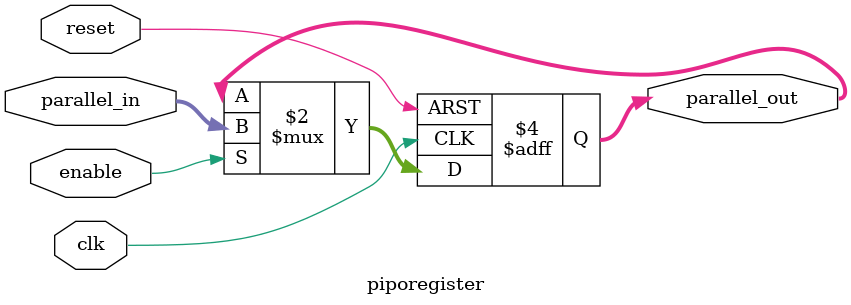
<source format=v>
module piporegister (
  input wire clk,
  input wire reset,
  input wire [7:0] parallel_in,
  input wire enable,
  output reg [7:0] parallel_out
);

  always @(posedge clk or posedge reset) begin
    if (reset)
      parallel_out <= 8'b00000000;
    else if (enable)
      parallel_out <= parallel_in;
  end

endmodule
</source>
